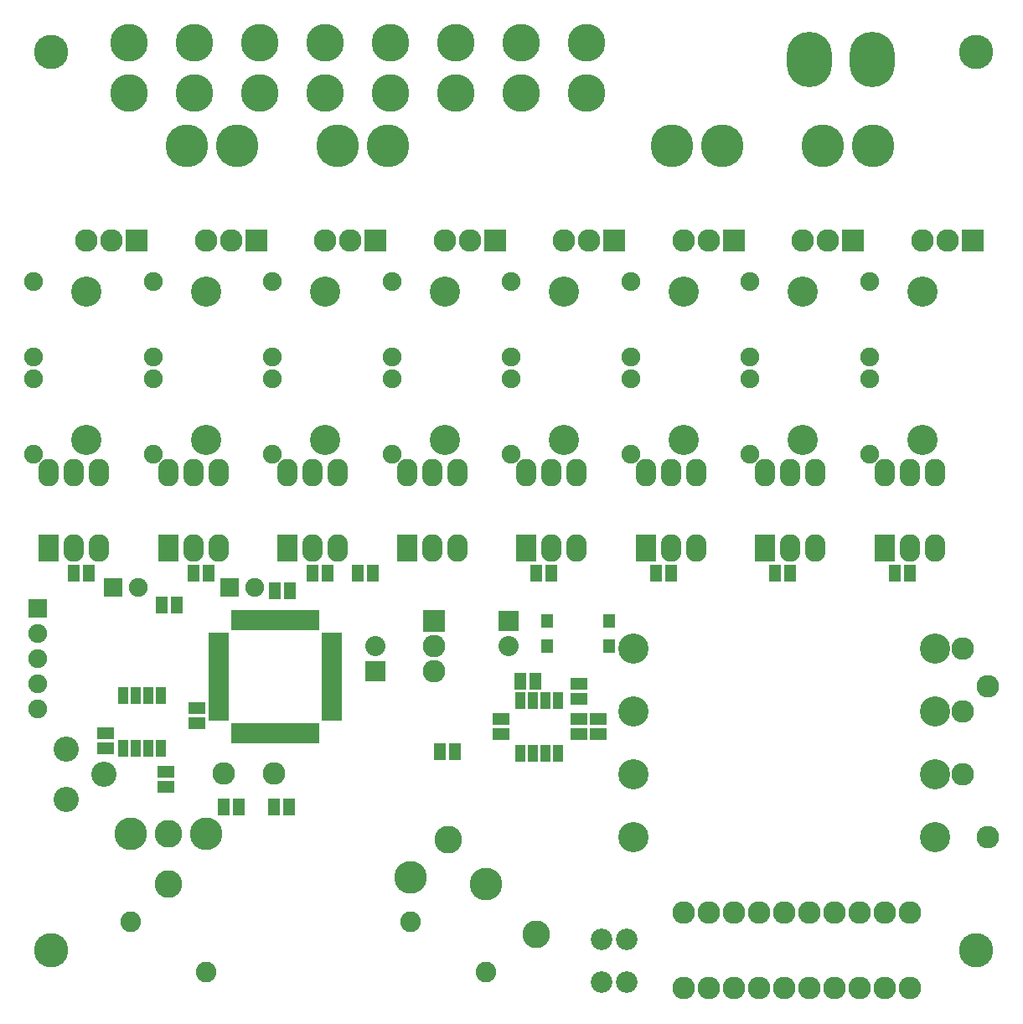
<source format=gts>
G04 (created by PCBNEW (2013-07-07 BZR 4022)-stable) date 06/01/2015 12:36:27*
%MOIN*%
G04 Gerber Fmt 3.4, Leading zero omitted, Abs format*
%FSLAX34Y34*%
G01*
G70*
G90*
G04 APERTURE LIST*
%ADD10C,0.00590551*%
%ADD11C,0.086*%
%ADD12C,0.09*%
%ADD13C,0.15*%
%ADD14O,0.18X0.22*%
%ADD15R,0.04X0.065*%
%ADD16C,0.082*%
%ADD17C,0.13*%
%ADD18C,0.11*%
%ADD19R,0.036X0.08*%
%ADD20R,0.08X0.036*%
%ADD21R,0.09X0.09*%
%ADD22R,0.045X0.065*%
%ADD23R,0.065X0.045*%
%ADD24R,0.075X0.075*%
%ADD25C,0.075*%
%ADD26R,0.082X0.11*%
%ADD27O,0.082X0.11*%
%ADD28R,0.08X0.08*%
%ADD29C,0.08*%
%ADD30C,0.12*%
%ADD31R,0.05X0.055*%
%ADD32C,0.17*%
%ADD33C,0.1365*%
%ADD34C,0.1003*%
G04 APERTURE END LIST*
G54D10*
G54D11*
X64000Y-61750D03*
X63000Y-61750D03*
X64000Y-60050D03*
X63000Y-60050D03*
G54D12*
X78350Y-56000D03*
X78350Y-50000D03*
X77350Y-48500D03*
X77350Y-51000D03*
X77350Y-53500D03*
G54D13*
X59800Y-24400D03*
X59800Y-26400D03*
X62400Y-24400D03*
X62400Y-26400D03*
G54D14*
X73750Y-25050D03*
X71250Y-25050D03*
G54D13*
X44200Y-24400D03*
X44200Y-26400D03*
G54D15*
X61250Y-52650D03*
X61250Y-50550D03*
X60750Y-52650D03*
X60250Y-52650D03*
X59750Y-52650D03*
X60750Y-50550D03*
X60250Y-50550D03*
X59750Y-50550D03*
G54D16*
X47270Y-61350D03*
G54D17*
X44270Y-55850D03*
G54D18*
X45770Y-55850D03*
G54D17*
X47270Y-55850D03*
G54D18*
X45770Y-57850D03*
G54D16*
X44270Y-59350D03*
G54D19*
X50000Y-47350D03*
X49685Y-47350D03*
X49370Y-47350D03*
X49055Y-47350D03*
X48740Y-47350D03*
X48425Y-47350D03*
X50315Y-47350D03*
X50630Y-47350D03*
X50945Y-47350D03*
X51260Y-47350D03*
X51575Y-47350D03*
X50000Y-51850D03*
X49685Y-51850D03*
X49370Y-51850D03*
X49055Y-51850D03*
X48740Y-51850D03*
X48425Y-51850D03*
X50315Y-51850D03*
X50630Y-51850D03*
X50945Y-51850D03*
X51260Y-51850D03*
X51575Y-51850D03*
G54D20*
X47750Y-49600D03*
X52250Y-49600D03*
X47750Y-49915D03*
X52250Y-49915D03*
X52250Y-50230D03*
X47750Y-50230D03*
X47750Y-50545D03*
X52250Y-50545D03*
X52250Y-50860D03*
X47750Y-50860D03*
X47750Y-51175D03*
X52250Y-51175D03*
X52250Y-49285D03*
X47750Y-49285D03*
X47750Y-48970D03*
X52250Y-48970D03*
X52250Y-48655D03*
X47750Y-48655D03*
X47750Y-48340D03*
X52250Y-48340D03*
X52250Y-48025D03*
X47750Y-48025D03*
G54D12*
X75750Y-32250D03*
X76750Y-32250D03*
G54D21*
X77750Y-32250D03*
G54D12*
X71000Y-32250D03*
X72000Y-32250D03*
G54D21*
X73000Y-32250D03*
G54D12*
X42500Y-32250D03*
X43500Y-32250D03*
G54D21*
X44500Y-32250D03*
G54D12*
X47250Y-32250D03*
X48250Y-32250D03*
G54D21*
X49250Y-32250D03*
G54D12*
X52000Y-32250D03*
X53000Y-32250D03*
G54D21*
X54000Y-32250D03*
G54D12*
X56750Y-32250D03*
X57750Y-32250D03*
G54D21*
X58750Y-32250D03*
G54D12*
X61500Y-32250D03*
X62500Y-32250D03*
G54D21*
X63500Y-32250D03*
G54D12*
X66250Y-32250D03*
X67250Y-32250D03*
G54D21*
X68250Y-32250D03*
G54D15*
X45450Y-52450D03*
X45450Y-50350D03*
X44950Y-52450D03*
X44450Y-52450D03*
X43950Y-52450D03*
X44950Y-50350D03*
X44450Y-50350D03*
X43950Y-50350D03*
G54D22*
X65750Y-45475D03*
X65150Y-45475D03*
X59750Y-49800D03*
X60350Y-49800D03*
X61000Y-45475D03*
X60400Y-45475D03*
G54D23*
X46900Y-50850D03*
X46900Y-51450D03*
G54D22*
X53900Y-45500D03*
X53300Y-45500D03*
X51500Y-45500D03*
X52100Y-45500D03*
X46750Y-45500D03*
X47350Y-45500D03*
X42000Y-45500D03*
X42600Y-45500D03*
X56550Y-52575D03*
X57150Y-52575D03*
G54D23*
X45650Y-54000D03*
X45650Y-53400D03*
G54D22*
X45500Y-46750D03*
X46100Y-46750D03*
G54D23*
X62100Y-51900D03*
X62100Y-51300D03*
G54D22*
X75250Y-45500D03*
X74650Y-45500D03*
X47950Y-54800D03*
X48550Y-54800D03*
X70500Y-45500D03*
X69900Y-45500D03*
X50600Y-46200D03*
X50000Y-46200D03*
G54D23*
X43250Y-51850D03*
X43250Y-52450D03*
G54D22*
X49950Y-54800D03*
X50550Y-54800D03*
G54D24*
X40550Y-46900D03*
G54D25*
X40550Y-47900D03*
X40550Y-48900D03*
X40550Y-49900D03*
X40550Y-50900D03*
G54D24*
X48200Y-46050D03*
G54D25*
X49200Y-46050D03*
G54D26*
X74250Y-44500D03*
G54D27*
X75250Y-44500D03*
X76250Y-44500D03*
X76250Y-41500D03*
X75250Y-41500D03*
X74250Y-41500D03*
G54D26*
X69500Y-44500D03*
G54D27*
X70500Y-44500D03*
X71500Y-44500D03*
X71500Y-41500D03*
X70500Y-41500D03*
X69500Y-41500D03*
G54D26*
X64750Y-44500D03*
G54D27*
X65750Y-44500D03*
X66750Y-44500D03*
X66750Y-41500D03*
X65750Y-41500D03*
X64750Y-41500D03*
G54D26*
X60000Y-44500D03*
G54D27*
X61000Y-44500D03*
X62000Y-44500D03*
X62000Y-41500D03*
X61000Y-41500D03*
X60000Y-41500D03*
G54D26*
X55250Y-44500D03*
G54D27*
X56250Y-44500D03*
X57250Y-44500D03*
X57250Y-41500D03*
X56250Y-41500D03*
X55250Y-41500D03*
G54D26*
X50500Y-44500D03*
G54D27*
X51500Y-44500D03*
X52500Y-44500D03*
X52500Y-41500D03*
X51500Y-41500D03*
X50500Y-41500D03*
G54D26*
X45750Y-44500D03*
G54D27*
X46750Y-44500D03*
X47750Y-44500D03*
X47750Y-41500D03*
X46750Y-41500D03*
X45750Y-41500D03*
G54D26*
X41000Y-44500D03*
G54D27*
X42000Y-44500D03*
X43000Y-44500D03*
X43000Y-41500D03*
X42000Y-41500D03*
X41000Y-41500D03*
G54D28*
X59275Y-47400D03*
G54D29*
X59275Y-48400D03*
G54D28*
X54000Y-49400D03*
G54D29*
X54000Y-48400D03*
G54D16*
X58400Y-61350D03*
G54D17*
X55400Y-57600D03*
G54D18*
X56900Y-56100D03*
G54D17*
X58400Y-57850D03*
G54D18*
X60400Y-59850D03*
G54D16*
X55400Y-59350D03*
G54D12*
X66250Y-62000D03*
X67250Y-62000D03*
X68250Y-62000D03*
X69250Y-62000D03*
X70250Y-62000D03*
X71250Y-62000D03*
X72250Y-62000D03*
X73250Y-62000D03*
X74250Y-62000D03*
X75250Y-62000D03*
X75250Y-59000D03*
X74250Y-59000D03*
X73250Y-59000D03*
X72250Y-59000D03*
X71250Y-59000D03*
X70250Y-59000D03*
X69250Y-59000D03*
X68250Y-59000D03*
X67250Y-59000D03*
X66250Y-59000D03*
G54D30*
X42500Y-34300D03*
X42500Y-40200D03*
X47250Y-34300D03*
X47250Y-40200D03*
X52000Y-34300D03*
X52000Y-40200D03*
X56750Y-34300D03*
X56750Y-40200D03*
X61500Y-34300D03*
X61500Y-40200D03*
X66250Y-34300D03*
X66250Y-40200D03*
X71000Y-34300D03*
X71000Y-40200D03*
X75750Y-34300D03*
X75750Y-40200D03*
G54D25*
X49900Y-33900D03*
X49900Y-36900D03*
X49900Y-37750D03*
X49900Y-40750D03*
X45150Y-37750D03*
X45150Y-40750D03*
X40400Y-37750D03*
X40400Y-40750D03*
X54650Y-37750D03*
X54650Y-40750D03*
X59400Y-37750D03*
X59400Y-40750D03*
X64150Y-37750D03*
X64150Y-40750D03*
X68900Y-37750D03*
X68900Y-40750D03*
X73650Y-37750D03*
X73650Y-40750D03*
X40400Y-33900D03*
X40400Y-36900D03*
X45150Y-33900D03*
X45150Y-36900D03*
X54650Y-33900D03*
X54650Y-36900D03*
X59400Y-33900D03*
X59400Y-36900D03*
X64150Y-33900D03*
X64150Y-36900D03*
X68900Y-33900D03*
X68900Y-36900D03*
X73650Y-33900D03*
X73650Y-36900D03*
G54D12*
X49950Y-53450D03*
X47950Y-53450D03*
G54D23*
X59000Y-51900D03*
X59000Y-51300D03*
X62100Y-49900D03*
X62100Y-50500D03*
G54D21*
X56325Y-47400D03*
G54D12*
X56325Y-48400D03*
X56325Y-49400D03*
G54D31*
X60825Y-48400D03*
X60825Y-47400D03*
X63275Y-47400D03*
X63275Y-48400D03*
G54D32*
X46500Y-28500D03*
X48500Y-28500D03*
X52500Y-28500D03*
X54500Y-28500D03*
X65800Y-28500D03*
X67800Y-28500D03*
X71800Y-28500D03*
X73800Y-28500D03*
G54D24*
X43550Y-46050D03*
G54D25*
X44550Y-46050D03*
G54D33*
X77900Y-24750D03*
G54D13*
X46800Y-24400D03*
X46800Y-26400D03*
X49400Y-24400D03*
X49400Y-26400D03*
X52000Y-24400D03*
X52000Y-26400D03*
X54600Y-24400D03*
X54600Y-26400D03*
X57200Y-24400D03*
X57200Y-26400D03*
G54D34*
X43175Y-53500D03*
X41675Y-52500D03*
X41675Y-54500D03*
G54D30*
X64250Y-56000D03*
X64250Y-53500D03*
X64250Y-48500D03*
X64250Y-51000D03*
X76250Y-51000D03*
X76250Y-48500D03*
X76250Y-53500D03*
X76250Y-56000D03*
G54D33*
X41100Y-24750D03*
X77900Y-60500D03*
X41100Y-60500D03*
G54D23*
X62850Y-51900D03*
X62850Y-51300D03*
M02*

</source>
